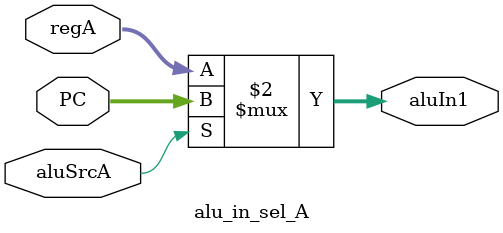
<source format=v>
`timescale 1ns / 1ps


module alu_in_sel_A(
    input [31:0] regA, PC,
    input aluSrcA,
    output [31:0] aluIn1
);


assign aluIn1 = (aluSrcA == 1'b0) ? regA : PC;
endmodule

</source>
